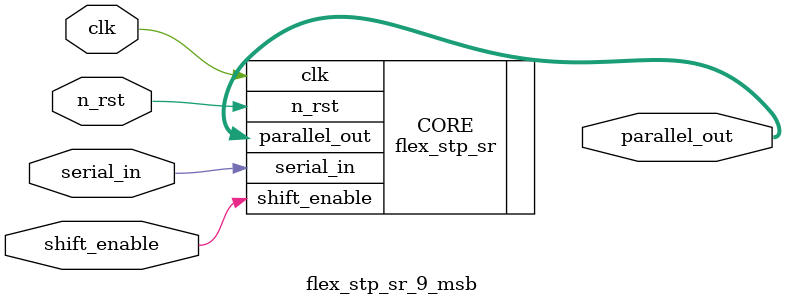
<source format=sv>

module flex_stp_sr_9_msb
(
	input wire clk,
	input wire n_rst,
	input wire serial_in,
	input wire shift_enable,
	output wire [8:0] parallel_out 
);

	flex_stp_sr 
	#(
		.NUM_BITS(9),
		.SHIFT_MSB(1)
		)
	CORE(
		.clk(clk),
		.n_rst(n_rst),
		.serial_in(serial_in),
		.shift_enable(shift_enable),
		.parallel_out(parallel_out)
	);

endmodule

</source>
